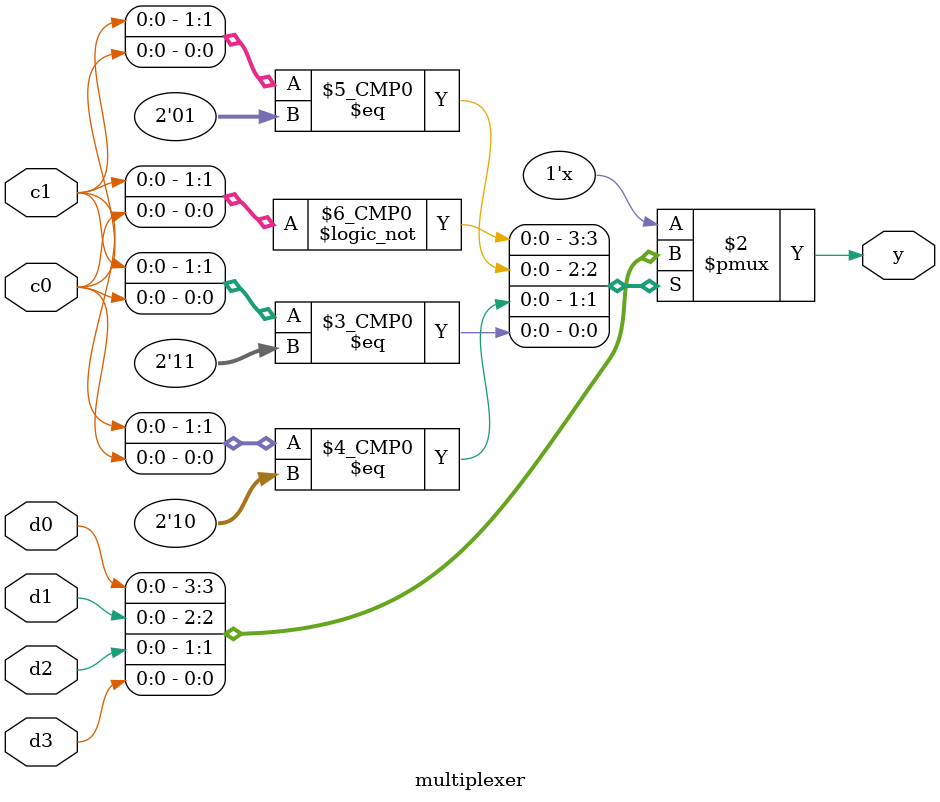
<source format=v>
module multiplexer (
    input d0, d1, d2, d3,
    input c1, c0,
    output reg y
);

always @(*) begin
    case ({c1, c0})
        2'b00: y = d0;
        2'b01: y = d1;
        2'b10: y = d2;
        2'b11: y = d3;
    endcase    
end

endmodule
</source>
